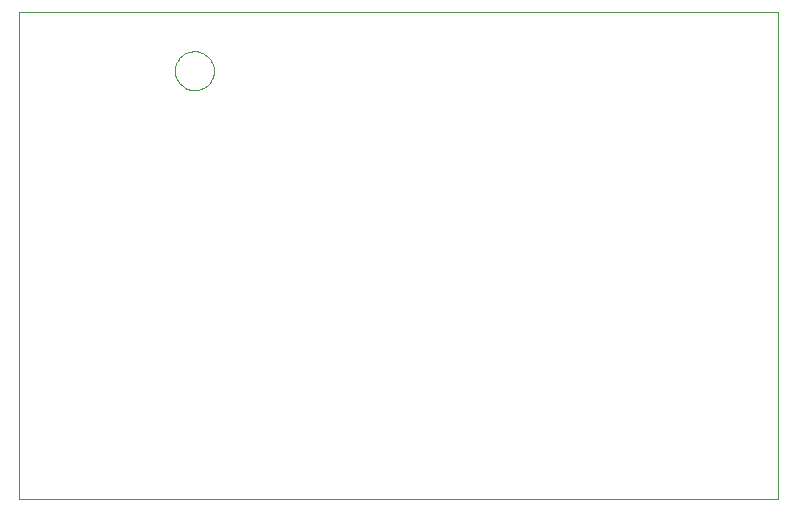
<source format=gbp>
G75*
%MOIN*%
%OFA0B0*%
%FSLAX24Y24*%
%IPPOS*%
%LPD*%
%AMOC8*
5,1,8,0,0,1.08239X$1,22.5*
%
%ADD10C,0.0000*%
D10*
X000101Y000101D02*
X000101Y016322D01*
X025416Y016322D01*
X025416Y000101D01*
X000101Y000101D01*
X005298Y014371D02*
X005300Y014421D01*
X005306Y014471D01*
X005316Y014521D01*
X005329Y014569D01*
X005346Y014617D01*
X005367Y014663D01*
X005391Y014707D01*
X005419Y014749D01*
X005450Y014789D01*
X005484Y014826D01*
X005521Y014861D01*
X005560Y014892D01*
X005601Y014921D01*
X005645Y014946D01*
X005691Y014968D01*
X005738Y014986D01*
X005786Y015000D01*
X005835Y015011D01*
X005885Y015018D01*
X005935Y015021D01*
X005986Y015020D01*
X006036Y015015D01*
X006086Y015006D01*
X006134Y014994D01*
X006182Y014977D01*
X006228Y014957D01*
X006273Y014934D01*
X006316Y014907D01*
X006356Y014877D01*
X006394Y014844D01*
X006429Y014808D01*
X006462Y014769D01*
X006491Y014728D01*
X006517Y014685D01*
X006540Y014640D01*
X006559Y014593D01*
X006574Y014545D01*
X006586Y014496D01*
X006594Y014446D01*
X006598Y014396D01*
X006598Y014346D01*
X006594Y014296D01*
X006586Y014246D01*
X006574Y014197D01*
X006559Y014149D01*
X006540Y014102D01*
X006517Y014057D01*
X006491Y014014D01*
X006462Y013973D01*
X006429Y013934D01*
X006394Y013898D01*
X006356Y013865D01*
X006316Y013835D01*
X006273Y013808D01*
X006228Y013785D01*
X006182Y013765D01*
X006134Y013748D01*
X006086Y013736D01*
X006036Y013727D01*
X005986Y013722D01*
X005935Y013721D01*
X005885Y013724D01*
X005835Y013731D01*
X005786Y013742D01*
X005738Y013756D01*
X005691Y013774D01*
X005645Y013796D01*
X005601Y013821D01*
X005560Y013850D01*
X005521Y013881D01*
X005484Y013916D01*
X005450Y013953D01*
X005419Y013993D01*
X005391Y014035D01*
X005367Y014079D01*
X005346Y014125D01*
X005329Y014173D01*
X005316Y014221D01*
X005306Y014271D01*
X005300Y014321D01*
X005298Y014371D01*
M02*

</source>
